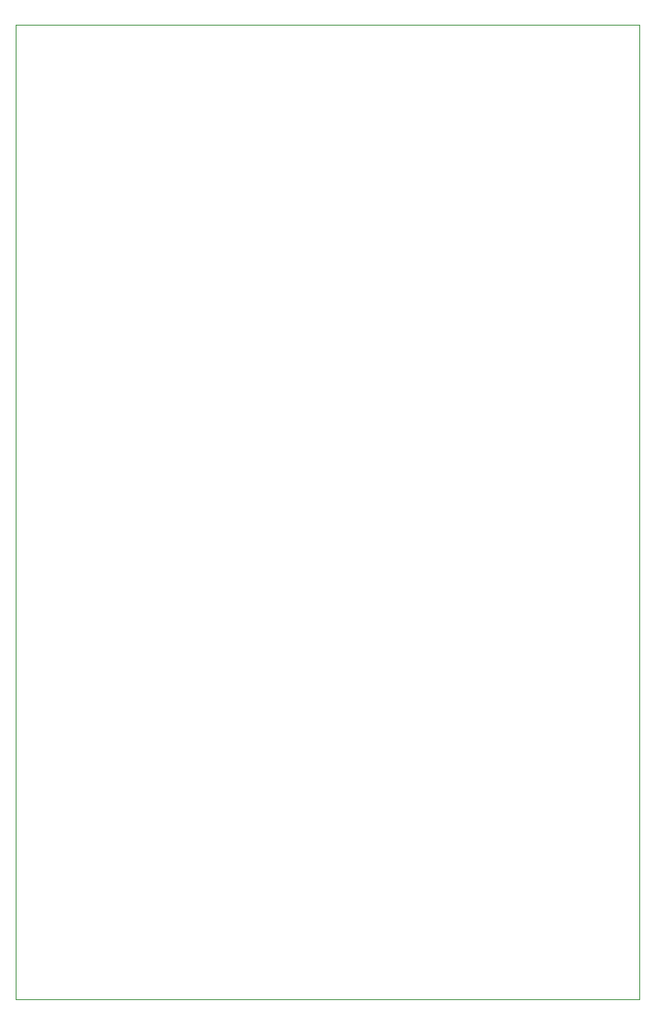
<source format=gbr>
%TF.GenerationSoftware,KiCad,Pcbnew,5.1.8-db9833491~87~ubuntu20.04.1*%
%TF.CreationDate,2020-11-22T18:04:31+08:00*%
%TF.ProjectId,mobo,6d6f626f-2e6b-4696-9361-645f70636258,rev?*%
%TF.SameCoordinates,Original*%
%TF.FileFunction,Profile,NP*%
%FSLAX46Y46*%
G04 Gerber Fmt 4.6, Leading zero omitted, Abs format (unit mm)*
G04 Created by KiCad (PCBNEW 5.1.8-db9833491~87~ubuntu20.04.1) date 2020-11-22 18:04:31*
%MOMM*%
%LPD*%
G01*
G04 APERTURE LIST*
%TA.AperFunction,Profile*%
%ADD10C,0.050000*%
%TD*%
G04 APERTURE END LIST*
D10*
X78000000Y-7000000D02*
X14000000Y-7000000D01*
X78000000Y-107000000D02*
X78000000Y-7000000D01*
X14000000Y-107000000D02*
X78000000Y-107000000D01*
X14000000Y-7000000D02*
X14000000Y-107000000D01*
M02*

</source>
